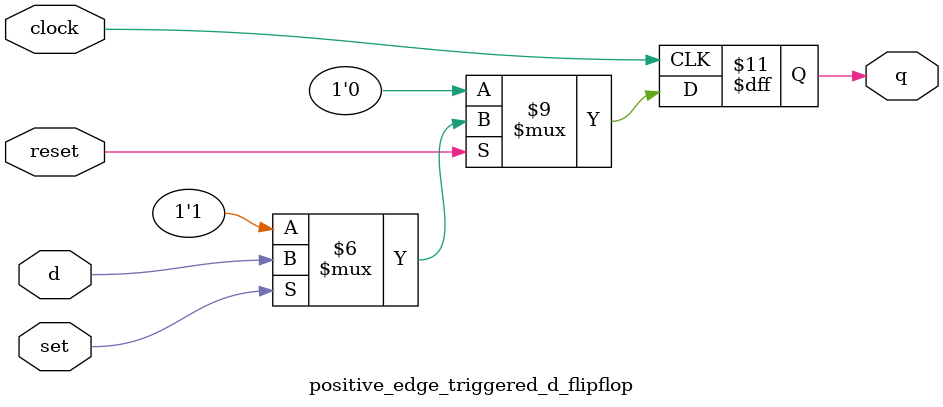
<source format=v>
`timescale 1ns / 1ps
module positive_edge_triggered_d_flipflop(clock, d, set, reset, q);

	input clock, d, set, reset;

	output reg q;
	
	always@(posedge(clock))
	begin
		if (reset == 0)
			q <= 0;
		else if (set == 0)
			q <= 1;
		else
			q <= d;
	
	end
	
	initial
		begin
			q = 0;
		end

endmodule

</source>
